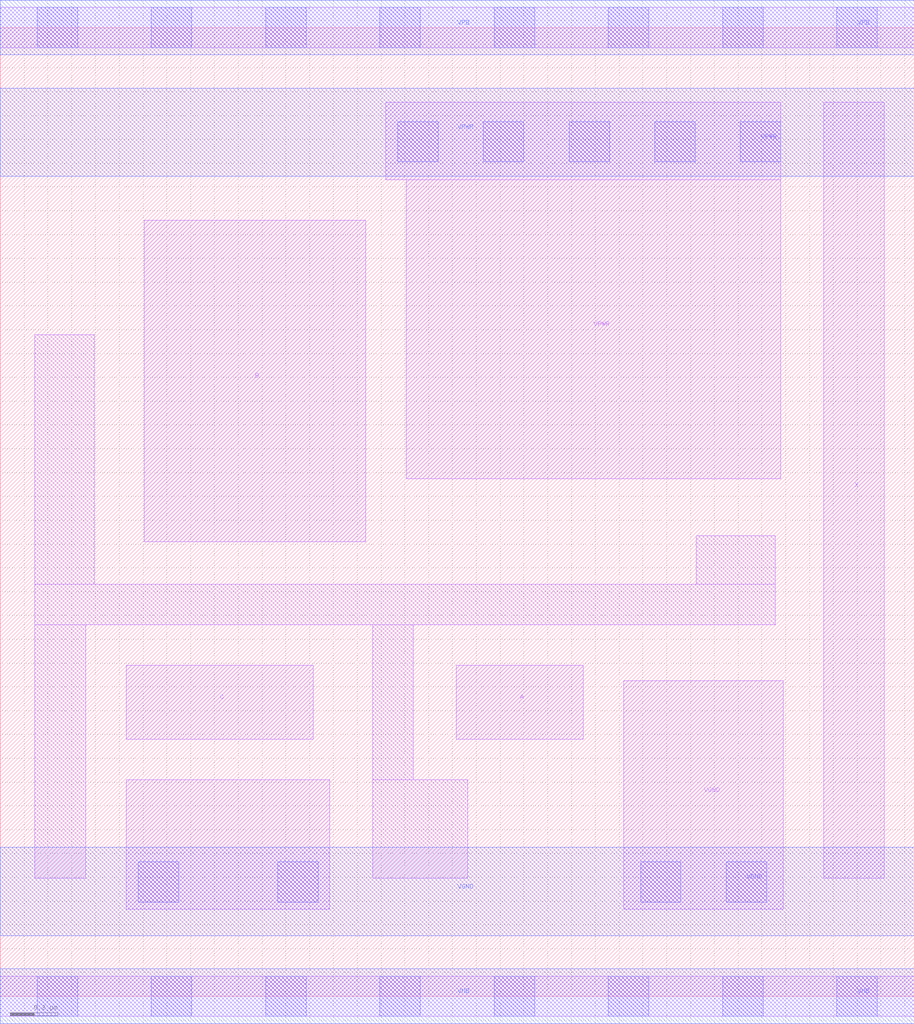
<source format=lef>
# Copyright 2020 The SkyWater PDK Authors
#
# Licensed under the Apache License, Version 2.0 (the "License");
# you may not use this file except in compliance with the License.
# You may obtain a copy of the License at
#
#     https://www.apache.org/licenses/LICENSE-2.0
#
# Unless required by applicable law or agreed to in writing, software
# distributed under the License is distributed on an "AS IS" BASIS,
# WITHOUT WARRANTIES OR CONDITIONS OF ANY KIND, either express or implied.
# See the License for the specific language governing permissions and
# limitations under the License.
#
# SPDX-License-Identifier: Apache-2.0

VERSION 5.7 ;
  NAMESCASESENSITIVE ON ;
  NOWIREEXTENSIONATPIN ON ;
  DIVIDERCHAR "/" ;
  BUSBITCHARS "[]" ;
UNITS
  DATABASE MICRONS 200 ;
END UNITS
MACRO sky130_fd_sc_hvl__or3_1
  CLASS CORE ;
  SOURCE USER ;
  FOREIGN sky130_fd_sc_hvl__or3_1 ;
  ORIGIN  0.000000  0.000000 ;
  SIZE  3.840000 BY  4.070000 ;
  SYMMETRY X Y ;
  SITE unithv ;
  PIN A
    ANTENNAGATEAREA  0.420000 ;
    DIRECTION INPUT ;
    USE SIGNAL ;
    PORT
      LAYER li1 ;
        RECT 1.915000 1.080000 2.450000 1.390000 ;
    END
  END A
  PIN B
    ANTENNAGATEAREA  0.420000 ;
    DIRECTION INPUT ;
    USE SIGNAL ;
    PORT
      LAYER li1 ;
        RECT 0.605000 1.910000 1.535000 3.260000 ;
    END
  END B
  PIN C
    ANTENNAGATEAREA  0.420000 ;
    DIRECTION INPUT ;
    USE SIGNAL ;
    PORT
      LAYER li1 ;
        RECT 0.530000 1.080000 1.315000 1.390000 ;
    END
  END C
  PIN X
    ANTENNADIFFAREA  0.626250 ;
    DIRECTION OUTPUT ;
    USE SIGNAL ;
    PORT
      LAYER li1 ;
        RECT 3.460000 0.495000 3.715000 3.755000 ;
    END
  END X
  PIN VGND
    DIRECTION INOUT ;
    USE GROUND ;
    PORT
      LAYER li1 ;
        RECT 0.530000 0.365000 1.385000 0.910000 ;
        RECT 2.620000 0.365000 3.290000 1.325000 ;
      LAYER mcon ;
        RECT 0.580000 0.395000 0.750000 0.565000 ;
        RECT 1.165000 0.395000 1.335000 0.565000 ;
        RECT 2.690000 0.395000 2.860000 0.565000 ;
        RECT 3.050000 0.395000 3.220000 0.565000 ;
      LAYER met1 ;
        RECT 0.000000 0.255000 3.840000 0.625000 ;
    END
  END VGND
  PIN VNB
    DIRECTION INOUT ;
    USE GROUND ;
    PORT
      LAYER li1 ;
        RECT 0.000000 -0.085000 3.840000 0.085000 ;
      LAYER mcon ;
        RECT 0.155000 -0.085000 0.325000 0.085000 ;
        RECT 0.635000 -0.085000 0.805000 0.085000 ;
        RECT 1.115000 -0.085000 1.285000 0.085000 ;
        RECT 1.595000 -0.085000 1.765000 0.085000 ;
        RECT 2.075000 -0.085000 2.245000 0.085000 ;
        RECT 2.555000 -0.085000 2.725000 0.085000 ;
        RECT 3.035000 -0.085000 3.205000 0.085000 ;
        RECT 3.515000 -0.085000 3.685000 0.085000 ;
      LAYER met1 ;
        RECT 0.000000 -0.115000 3.840000 0.115000 ;
    END
  END VNB
  PIN VPB
    DIRECTION INOUT ;
    USE POWER ;
    PORT
      LAYER li1 ;
        RECT 0.000000 3.985000 3.840000 4.155000 ;
      LAYER mcon ;
        RECT 0.155000 3.985000 0.325000 4.155000 ;
        RECT 0.635000 3.985000 0.805000 4.155000 ;
        RECT 1.115000 3.985000 1.285000 4.155000 ;
        RECT 1.595000 3.985000 1.765000 4.155000 ;
        RECT 2.075000 3.985000 2.245000 4.155000 ;
        RECT 2.555000 3.985000 2.725000 4.155000 ;
        RECT 3.035000 3.985000 3.205000 4.155000 ;
        RECT 3.515000 3.985000 3.685000 4.155000 ;
      LAYER met1 ;
        RECT 0.000000 3.955000 3.840000 4.185000 ;
    END
  END VPB
  PIN VPWR
    DIRECTION INOUT ;
    USE POWER ;
    PORT
      LAYER li1 ;
        RECT 1.620000 3.430000 3.280000 3.755000 ;
        RECT 1.705000 2.175000 3.280000 3.430000 ;
      LAYER mcon ;
        RECT 1.670000 3.505000 1.840000 3.675000 ;
        RECT 2.030000 3.505000 2.200000 3.675000 ;
        RECT 2.390000 3.505000 2.560000 3.675000 ;
        RECT 2.750000 3.505000 2.920000 3.675000 ;
        RECT 3.110000 3.505000 3.280000 3.675000 ;
      LAYER met1 ;
        RECT 0.000000 3.445000 3.840000 3.815000 ;
    END
  END VPWR
  OBS
    LAYER li1 ;
      RECT 0.145000 0.495000 0.360000 1.560000 ;
      RECT 0.145000 1.560000 3.255000 1.730000 ;
      RECT 0.145000 1.730000 0.395000 2.780000 ;
      RECT 1.565000 0.495000 1.965000 0.910000 ;
      RECT 1.565000 0.910000 1.735000 1.560000 ;
      RECT 2.925000 1.730000 3.255000 1.935000 ;
  END
END sky130_fd_sc_hvl__or3_1

</source>
